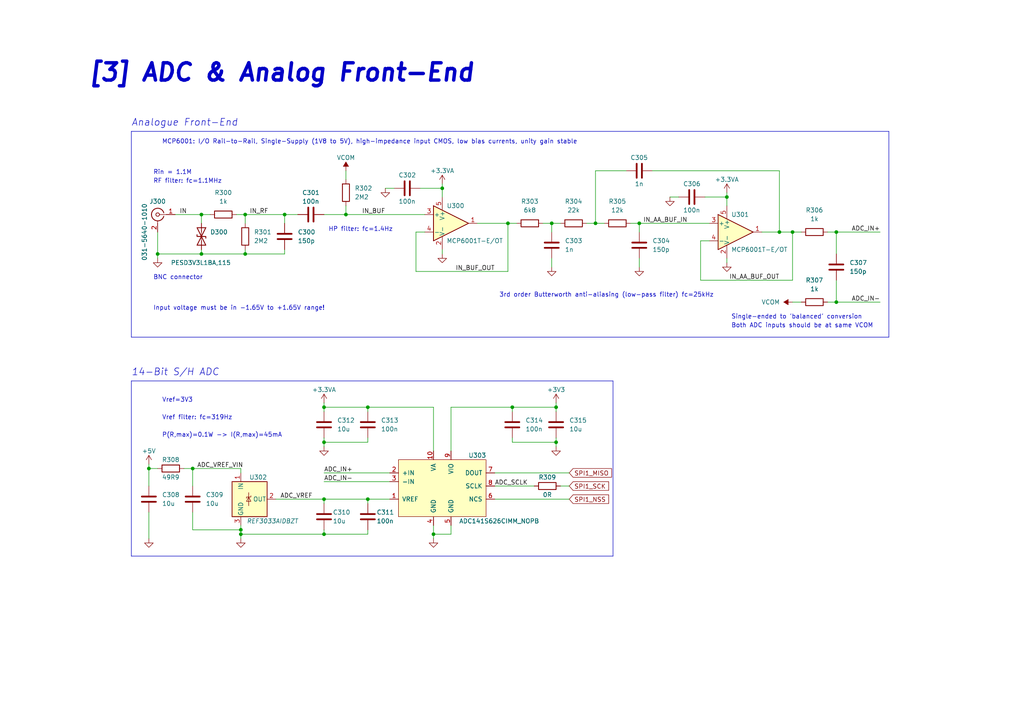
<source format=kicad_sch>
(kicad_sch (version 20250114) (generator "eeschema") (generator_version "9.0")
  (paper "A4")
  (title_block (title "Mixed-Signal Demo PCB") (rev "0.1"))
  (lib_symbols
    (symbol "Amplifier_Operational:MCP6001-OT" (pin_names (offset 0.127))
      (property "Reference" "U" (at -1.27 6.35 0))
      (property "Value" "MCP6001-OT" (at -1.27 3.81 0))
      (symbol "MCP6001-OT_0_1"
        (polyline (pts (xy -5.08 5.08) (xy 5.08 0) (xy -5.08 -5.08) (xy -5.08 5.08)) (stroke (width 0.254)) (fill (type background)))
        (pin power_in line (at -2.54 7.62 270) (length 3.81) (name "V+") (number "5"))
        (pin power_in line (at -2.54 -7.62 90) (length 3.81) (name "V-") (number "2"))
      )
      (symbol "MCP6001-OT_1_1"
        (pin input line (at -7.62 2.54 0) (length 2.54) (name "+") (number "3"))
        (pin input line (at -7.62 -2.54 0) (length 2.54) (name "-") (number "4"))
        (pin output line (at 7.62 0 180) (length 2.54) (name "~") (number "1"))
      )
    )
    (symbol "Connector:Conn_Coaxial" (pin_names (offset 1.016) (hide yes))
      (property "Reference" "J" (at 0.254 3.048 0))
      (property "Value" "Conn_Coaxial" (at 2.921 0 90))
      (symbol "Conn_Coaxial_0_1"
        (polyline (pts (xy -2.54 0) (xy -0.508 0)))
        (arc (start -1.778 0.508) (mid 0.222 1.8083) (end 1.778 0) (stroke (width 0.254)))
        (arc (start 1.778 0) (mid 0.222 -1.808) (end -1.778 -0.508) (stroke (width 0.254)))
        (circle (center 0 0) (radius 0.508) (stroke (width 0.2032)))
        (polyline (pts (xy 0 -2.54) (xy 0 -1.778)))
      )
      (symbol "Conn_Coaxial_1_1"
        (pin passive line (at -5.08 0 0) (length 2.54) (name "In") (number "1"))
        (pin passive line (at 0 -5.08 90) (length 2.54) (name "Ext") (number "2"))
      )
    )
    (symbol "Device:C" (pin_numbers (hide yes)) (pin_names (offset 0.254))
      (property "Reference" "C" (at 0.635 2.54 0))
      (property "Value" "C" (at 0.635 -2.54 0))
      (symbol "C_0_1"
        (polyline (pts (xy -2.032 0.762) (xy 2.032 0.762)) (stroke (width 0.508)))
        (polyline (pts (xy -2.032 -0.762) (xy 2.032 -0.762)) (stroke (width 0.508)))
      )
      (symbol "C_1_1"
        (pin passive line (at 0 3.81 270) (length 2.794) (name "~") (number "1"))
        (pin passive line (at 0 -3.81 90) (length 2.794) (name "~") (number "2"))
      )
    )
    (symbol "Device:D_TVS" (pin_numbers (hide yes)) (pin_names (offset 1.016) (hide yes))
      (property "Reference" "D" (at 0 2.54 0))
      (property "Value" "D_TVS" (at 0 -2.54 0))
      (symbol "D_TVS_0_1"
        (polyline (pts (xy -2.54 1.27) (xy -2.54 -1.27) (xy 2.54 1.27) (xy 2.54 -1.27) (xy -2.54 1.27)) (stroke (width 0.254)))
        (polyline (pts (xy 0.508 1.27) (xy 0 1.27) (xy 0 -1.27) (xy -0.508 -1.27)) (stroke (width 0.254)))
        (polyline (pts (xy 1.27 0) (xy -1.27 0)))
      )
      (symbol "D_TVS_1_1"
        (pin passive line (at -3.81 0 0) (length 2.54) (name "A1") (number "1"))
        (pin passive line (at 3.81 0 180) (length 2.54) (name "A2") (number "2"))
      )
    )
    (symbol "Device:R" (pin_numbers (hide yes)) (pin_names (offset 0))
      (property "Reference" "R" (at 2.032 0 90))
      (property "Value" "R" (at 0 0 90))
      (symbol "R_0_1"
        (rectangle (start -1.016 -2.54) (end 1.016 2.54) (stroke (width 0.254)))
      )
      (symbol "R_1_1"
        (pin passive line (at 0 3.81 270) (length 1.27) (name "~") (number "1"))
        (pin passive line (at 0 -3.81 90) (length 1.27) (name "~") (number "2"))
      )
    )
    (symbol "PhilsLab-KiCad-Symbols:ADC141S626CIMM_NOPB" (pin_names (offset 1.016))
      (property "Reference" "U" (at 11.43 10.16 0))
      (property "Value" "PhilsLab-KiCad-Symbols_ADC141S626CIMM_NOPB" (at 16.51 -8.89 0))
      (symbol "ADC141S626CIMM_NOPB_0_0"
        (pin input line (at -15.24 5.08 0) (length 2.54) (name "+IN") (number "2"))
        (pin input line (at -15.24 2.54 0) (length 2.54) (name "-IN") (number "3"))
        (pin input line (at -15.24 -2.54 0) (length 2.54) (name "VREF") (number "1"))
        (pin power_in line (at -2.54 11.43 270) (length 2.54) (name "VA") (number "10"))
        (pin power_in line (at -2.54 -10.16 90) (length 2.54) (name "GND") (number "4"))
        (pin power_in line (at 2.54 11.43 270) (length 2.54) (name "VIO") (number "9"))
        (pin power_in line (at 2.54 -10.16 90) (length 2.54) (name "GND") (number "5"))
        (pin output line (at 15.24 5.08 180) (length 2.54) (name "DOUT") (number "7"))
        (pin input line (at 15.24 1.27 180) (length 2.54) (name "SCLK") (number "8"))
        (pin input line (at 15.24 -2.54 180) (length 2.54) (name "NCS") (number "6"))
      )
      (symbol "ADC141S626CIMM_NOPB_0_1"
        (rectangle (start -12.7 8.89) (end 12.7 -7.62) (fill (type background)))
      )
    )
    (symbol "Reference_Voltage:REF3033" (pin_names (offset 0.254))
      (property "Reference" "U" (at 0 6.35 0))
      (property "Value" "REF3033" (at 2.54 -6.35 0))
      (symbol "REF3033_0_1"
        (rectangle (start -5.08 5.08) (end 5.08 -5.08) (stroke (width 0.254)) (fill (type background)))
        (polyline (pts (xy -0.889 -0.635) (xy 0.381 -0.635) (xy -0.254 0.635) (xy -0.889 -0.635)))
        (polyline (pts (xy -0.254 1.905) (xy -0.254 -1.905)))
        (polyline (pts (xy 0.381 1.016) (xy 0.381 0.635) (xy -0.889 0.635) (xy -0.889 0.254)))
      )
      (symbol "REF3033_1_1"
        (pin power_in line (at -2.54 7.62 270) (length 2.54) (name "IN") (number "1"))
        (pin power_in line (at -2.54 -7.62 90) (length 2.54) (name "GND") (number "3"))
        (pin power_out line (at 7.62 0 180) (length 2.54) (name "OUT") (number "2"))
      )
    )
    (symbol "power:+3.3VA" (power) (pin_names (offset 0))
      (property "Value" "+3.3VA" (at 0 3.556 0))
      (symbol "+3.3VA_0_1"
        (polyline (pts (xy -0.762 1.27) (xy 0 2.54)))
        (polyline (pts (xy 0 2.54) (xy 0.762 1.27)))
        (polyline (pts (xy 0 0) (xy 0 2.54)))
      )
      (symbol "+3.3VA_1_1"
        (pin power_in line (at 0 0 90) (length 0) (hide yes) (name "+3.3VA") (number "1"))
      )
    )
    (symbol "power:+3V3" (power) (pin_names (offset 0))
      (property "Value" "+3V3" (at 0 3.556 0))
      (symbol "+3V3_0_1"
        (polyline (pts (xy -0.762 1.27) (xy 0 2.54)))
        (polyline (pts (xy 0 2.54) (xy 0.762 1.27)))
        (polyline (pts (xy 0 0) (xy 0 2.54)))
      )
      (symbol "+3V3_1_1"
        (pin power_in line (at 0 0 90) (length 0) (hide yes) (name "+3V3") (number "1"))
      )
    )
    (symbol "power:+5V" (power) (pin_names (offset 0))
      (property "Value" "+5V" (at 0 3.556 0))
      (symbol "+5V_0_1"
        (polyline (pts (xy -0.762 1.27) (xy 0 2.54)))
        (polyline (pts (xy 0 2.54) (xy 0.762 1.27)))
        (polyline (pts (xy 0 0) (xy 0 2.54)))
      )
      (symbol "+5V_1_1"
        (pin power_in line (at 0 0 90) (length 0) (hide yes) (name "+5V") (number "1"))
      )
    )
    (symbol "power:GND" (power) (pin_names (offset 0))
      (property "Value" "GND" (at 0 -3.81 0))
      (symbol "GND_0_1"
        (polyline (pts (xy 0 0) (xy 0 -1.27) (xy 1.27 -1.27) (xy 0 -2.54) (xy -1.27 -1.27) (xy 0 -1.27)))
      )
      (symbol "GND_1_1"
        (pin power_in line (at 0 0 270) (length 0) (hide yes) (name "GND") (number "1"))
      )
    )
    (symbol "power:VCOM" (power) (pin_names (offset 0))
      (property "Value" "VCOM" (at 0 3.81 0))
      (symbol "VCOM_0_1"
        (polyline (pts (xy 0 0) (xy 0 2.54)))
        (polyline (pts (xy 0.762 1.27) (xy -0.762 1.27) (xy 0 2.54) (xy 0.762 1.27)) (fill (type outline)))
      )
      (symbol "VCOM_1_1"
        (pin power_in line (at 0 0 90) (length 0) (hide yes) (name "VCOM") (number "1"))
      )
    )
  )
  (text "HP filter: fc=1.4Hz" (at 95.25 67.31 0) (effects (font (size 1.27 1.27)) (justify left bottom)))
  (text "Both ADC inputs should be at same VCOM" (at 212.09 95.25 0) (effects (font (size 1.27 1.27)) (justify left bottom)))
  (text "BNC connector" (at 44.45 81.28 0) (effects (font (size 1.27 1.27)) (justify left bottom)))
  (text "Rin = 1.1M" (at 44.45 50.8 0) (effects (font (size 1.27 1.27)) (justify left bottom)))
  (text "14-Bit S/H ADC" (at 38.1 109.22 0) (effects (font (size 2.0066 2.0066) (italic yes)) (justify left bottom)))
  (text "Vref filter: fc=319Hz" (at 46.99 121.92 0) (effects (font (size 1.27 1.27)) (justify left bottom)))
  (text "Input voltage must be in -1.65V to +1.65V range!" (at 44.45 90.17 0) (effects (font (size 1.27 1.27)) (justify left bottom)))
  (text "Analogue Front-End" (at 38.1 36.83 0) (effects (font (size 2.0066 2.0066) (italic yes)) (justify left bottom)))
  (text "Single-ended to 'balanced' conversion" (at 212.09 92.71 0) (effects (font (size 1.27 1.27)) (justify left bottom)))
  (text "RF filter: fc=1.1MHz" (at 44.45 53.34 0) (effects (font (size 1.27 1.27)) (justify left bottom)))
  (text "3rd order Butterworth anti-aliasing (low-pass filter) fc=25kHz" (at 144.78 86.36 0) (effects (font (size 1.27 1.27)) (justify left bottom)))
  (text "MCP6001: I/O Rail-to-Rail, Single-Supply (1V8 to 5V), high-impedance input CMOS, low bias currents, unity gain stable" (at 46.99 41.91 0) (effects (font (size 1.27 1.27)) (justify left bottom)))
  (text "P(R,max)=0.1W -> I(R,max)=45mA" (at 46.99 127 0) (effects (font (size 1.27 1.27)) (justify left bottom)))
  (text "Vref=3V3" (at 46.99 116.84 0) (effects (font (size 1.27 1.27)) (justify left bottom)))
  (text "[3] ADC & Analog Front-End" (at 25.4 24.13 0) (effects (font (size 5.0038 5.0038) (thickness 1.0008) (bold yes) (italic yes)) (justify left bottom)))
  (junction (at 210.82 57.15))
  (junction (at 242.57 87.63))
  (junction (at 43.18 135.89))
  (junction (at 161.29 118.11))
  (junction (at 45.72 73.66))
  (junction (at 100.33 62.23))
  (junction (at 185.42 64.77))
  (junction (at 93.98 128.27))
  (junction (at 125.73 154.94))
  (junction (at 58.42 73.66))
  (junction (at 71.12 62.23))
  (junction (at 55.88 135.89))
  (junction (at 148.59 118.11))
  (junction (at 82.55 62.23))
  (junction (at 106.68 118.11))
  (junction (at 58.42 62.23))
  (junction (at 69.85 153.67))
  (junction (at 69.85 154.94))
  (junction (at 128.27 54.61))
  (junction (at 229.87 67.31))
  (junction (at 93.98 154.94))
  (junction (at 71.12 73.66))
  (junction (at 226.06 67.31))
  (junction (at 172.72 64.77))
  (junction (at 147.32 64.77))
  (junction (at 106.68 144.78))
  (junction (at 161.29 128.27))
  (junction (at 242.57 67.31))
  (junction (at 160.02 64.77))
  (junction (at 93.98 118.11))
  (junction (at 93.98 144.78))
  (wire (pts (xy 55.88 148.59) (xy 55.88 153.67)))
  (wire (pts (xy 120.65 78.74) (xy 147.32 78.74)))
  (wire (pts (xy 242.57 81.28) (xy 242.57 87.63)))
  (wire (pts (xy 71.12 62.23) (xy 82.55 62.23)))
  (wire (pts (xy 100.33 49.53) (xy 100.33 52.07)))
  (wire (pts (xy 128.27 73.66) (xy 128.27 72.39)))
  (wire (pts (xy 106.68 146.05) (xy 106.68 144.78)))
  (wire (pts (xy 43.18 140.97) (xy 43.18 135.89)))
  (wire (pts (xy 185.42 64.77) (xy 182.88 64.77)))
  (wire (pts (xy 172.72 49.53) (xy 181.61 49.53)))
  (wire (pts (xy 147.32 78.74) (xy 147.32 64.77)))
  (wire (pts (xy 71.12 62.23) (xy 68.58 62.23)))
  (wire (pts (xy 205.74 69.85) (xy 203.2 69.85)))
  (polyline (pts (xy 38.1 38.1) (xy 257.81 38.1)))
  (wire (pts (xy 162.56 64.77) (xy 160.02 64.77)))
  (wire (pts (xy 229.87 67.31) (xy 226.06 67.31)))
  (wire (pts (xy 58.42 73.66) (xy 71.12 73.66)))
  (wire (pts (xy 130.81 152.4) (xy 130.81 154.94)))
  (wire (pts (xy 203.2 69.85) (xy 203.2 81.28)))
  (wire (pts (xy 58.42 72.39) (xy 58.42 73.66)))
  (wire (pts (xy 123.19 67.31) (xy 120.65 67.31)))
  (wire (pts (xy 69.85 135.89) (xy 69.85 137.16)))
  (wire (pts (xy 93.98 154.94) (xy 69.85 154.94)))
  (wire (pts (xy 86.36 62.23) (xy 82.55 62.23)))
  (wire (pts (xy 58.42 62.23) (xy 60.96 62.23)))
  (wire (pts (xy 80.01 144.78) (xy 93.98 144.78)))
  (wire (pts (xy 71.12 64.77) (xy 71.12 62.23)))
  (wire (pts (xy 93.98 154.94) (xy 106.68 154.94)))
  (wire (pts (xy 143.51 144.78) (xy 165.1 144.78)))
  (wire (pts (xy 55.88 135.89) (xy 69.85 135.89)))
  (wire (pts (xy 71.12 73.66) (xy 71.12 72.39)))
  (wire (pts (xy 161.29 116.84) (xy 161.29 118.11)))
  (wire (pts (xy 43.18 134.62) (xy 43.18 135.89)))
  (wire (pts (xy 255.27 67.31) (xy 242.57 67.31)))
  (wire (pts (xy 148.59 119.38) (xy 148.59 118.11)))
  (wire (pts (xy 160.02 74.93) (xy 160.02 77.47)))
  (wire (pts (xy 55.88 153.67) (xy 69.85 153.67)))
  (wire (pts (xy 69.85 153.67) (xy 69.85 154.94)))
  (wire (pts (xy 71.12 73.66) (xy 82.55 73.66)))
  (wire (pts (xy 55.88 140.97) (xy 55.88 135.89)))
  (wire (pts (xy 45.72 73.66) (xy 45.72 67.31)))
  (wire (pts (xy 210.82 57.15) (xy 210.82 55.88)))
  (wire (pts (xy 93.98 139.7) (xy 113.03 139.7)))
  (wire (pts (xy 43.18 135.89) (xy 45.72 135.89)))
  (wire (pts (xy 93.98 62.23) (xy 100.33 62.23)))
  (wire (pts (xy 172.72 64.77) (xy 172.72 49.53)))
  (wire (pts (xy 148.59 128.27) (xy 148.59 127)))
  (wire (pts (xy 45.72 74.93) (xy 45.72 73.66)))
  (wire (pts (xy 100.33 62.23) (xy 100.33 59.69)))
  (polyline (pts (xy 177.8 161.29) (xy 38.1 161.29)))
  (wire (pts (xy 160.02 67.31) (xy 160.02 64.77)))
  (wire (pts (xy 121.92 54.61) (xy 128.27 54.61)))
  (wire (pts (xy 125.73 156.21) (xy 125.73 154.94)))
  (wire (pts (xy 161.29 129.54) (xy 161.29 128.27)))
  (polyline (pts (xy 257.81 97.79) (xy 38.1 97.79)))
  (wire (pts (xy 143.51 137.16) (xy 165.1 137.16)))
  (wire (pts (xy 175.26 64.77) (xy 172.72 64.77)))
  (wire (pts (xy 154.94 140.97) (xy 143.51 140.97)))
  (wire (pts (xy 149.86 64.77) (xy 147.32 64.77)))
  (wire (pts (xy 58.42 64.77) (xy 58.42 62.23)))
  (wire (pts (xy 106.68 119.38) (xy 106.68 118.11)))
  (wire (pts (xy 106.68 154.94) (xy 106.68 153.67)))
  (wire (pts (xy 185.42 74.93) (xy 185.42 77.47)))
  (wire (pts (xy 226.06 67.31) (xy 220.98 67.31)))
  (wire (pts (xy 226.06 49.53) (xy 226.06 67.31)))
  (wire (pts (xy 113.03 137.16) (xy 93.98 137.16)))
  (wire (pts (xy 161.29 128.27) (xy 148.59 128.27)))
  (wire (pts (xy 93.98 128.27) (xy 106.68 128.27)))
  (wire (pts (xy 43.18 156.21) (xy 43.18 148.59)))
  (wire (pts (xy 161.29 128.27) (xy 161.29 127)))
  (wire (pts (xy 93.98 146.05) (xy 93.98 144.78)))
  (wire (pts (xy 93.98 118.11) (xy 106.68 118.11)))
  (wire (pts (xy 58.42 73.66) (xy 45.72 73.66)))
  (wire (pts (xy 232.41 67.31) (xy 229.87 67.31)))
  (wire (pts (xy 128.27 54.61) (xy 128.27 57.15)))
  (wire (pts (xy 204.47 57.15) (xy 210.82 57.15)))
  (polyline (pts (xy 38.1 110.49) (xy 177.8 110.49)))
  (wire (pts (xy 93.98 144.78) (xy 106.68 144.78)))
  (wire (pts (xy 229.87 81.28) (xy 229.87 67.31)))
  (wire (pts (xy 50.8 62.23) (xy 58.42 62.23)))
  (wire (pts (xy 172.72 64.77) (xy 170.18 64.77)))
  (polyline (pts (xy 257.81 38.1) (xy 257.81 97.79)))
  (wire (pts (xy 242.57 67.31) (xy 240.03 67.31)))
  (polyline (pts (xy 177.8 110.49) (xy 177.8 161.29)))
  (wire (pts (xy 100.33 62.23) (xy 123.19 62.23)))
  (wire (pts (xy 125.73 154.94) (xy 130.81 154.94)))
  (wire (pts (xy 205.74 64.77) (xy 185.42 64.77)))
  (wire (pts (xy 93.98 119.38) (xy 93.98 118.11)))
  (wire (pts (xy 130.81 118.11) (xy 130.81 130.81)))
  (wire (pts (xy 210.82 76.2) (xy 210.82 74.93)))
  (wire (pts (xy 161.29 119.38) (xy 161.29 118.11)))
  (wire (pts (xy 210.82 57.15) (xy 210.82 59.69)))
  (wire (pts (xy 120.65 67.31) (xy 120.65 78.74)))
  (polyline (pts (xy 38.1 110.49) (xy 38.1 161.29)))
  (wire (pts (xy 53.34 135.89) (xy 55.88 135.89)))
  (wire (pts (xy 255.27 87.63) (xy 242.57 87.63)))
  (wire (pts (xy 161.29 118.11) (xy 148.59 118.11)))
  (wire (pts (xy 93.98 118.11) (xy 93.98 116.84)))
  (wire (pts (xy 189.23 49.53) (xy 226.06 49.53)))
  (wire (pts (xy 165.1 140.97) (xy 162.56 140.97)))
  (wire (pts (xy 106.68 118.11) (xy 125.73 118.11)))
  (wire (pts (xy 194.31 57.15) (xy 196.85 57.15)))
  (wire (pts (xy 106.68 128.27) (xy 106.68 127)))
  (wire (pts (xy 93.98 154.94) (xy 93.98 153.67)))
  (wire (pts (xy 185.42 67.31) (xy 185.42 64.77)))
  (wire (pts (xy 93.98 129.54) (xy 93.98 128.27)))
  (wire (pts (xy 203.2 81.28) (xy 229.87 81.28)))
  (wire (pts (xy 147.32 64.77) (xy 138.43 64.77)))
  (polyline (pts (xy 38.1 97.79) (xy 38.1 38.1)))
  (wire (pts (xy 229.87 87.63) (xy 232.41 87.63)))
  (wire (pts (xy 128.27 54.61) (xy 128.27 53.34)))
  (wire (pts (xy 69.85 152.4) (xy 69.85 153.67)))
  (wire (pts (xy 82.55 73.66) (xy 82.55 72.39)))
  (wire (pts (xy 148.59 118.11) (xy 130.81 118.11)))
  (wire (pts (xy 69.85 154.94) (xy 69.85 156.21)))
  (wire (pts (xy 242.57 87.63) (xy 240.03 87.63)))
  (wire (pts (xy 125.73 118.11) (xy 125.73 130.81)))
  (wire (pts (xy 82.55 64.77) (xy 82.55 62.23)))
  (wire (pts (xy 242.57 73.66) (xy 242.57 67.31)))
  (wire (pts (xy 160.02 64.77) (xy 157.48 64.77)))
  (wire (pts (xy 111.76 54.61) (xy 114.3 54.61)))
  (wire (pts (xy 93.98 128.27) (xy 93.98 127)))
  (wire (pts (xy 125.73 152.4) (xy 125.73 154.94)))
  (wire (pts (xy 106.68 144.78) (xy 113.03 144.78)))
  (label "IN_RF" (at 72.39 62.23 0))
  (label "IN_BUF_OUT" (at 143.51 78.74 180))
  (label "ADC_IN-" (at 93.98 139.7 0))
  (label "ADC_IN+" (at 255.27 67.31 180))
  (label "IN_AA_BUF_IN" (at 199.39 64.77 180))
  (label "ADC_SCLK" (at 143.51 140.97 0))
  (label "ADC_VREF" (at 81.28 144.78 0))
  (label "ADC_IN-" (at 255.27 87.63 180))
  (label "IN_BUF" (at 111.76 62.23 180))
  (label "IN_AA_BUF_OUT" (at 226.06 81.28 180))
  (label "ADC_VREF_VIN" (at 57.15 135.89 0))
  (label "ADC_IN+" (at 93.98 137.16 0))
  (label "IN" (at 52.07 62.23 0))
  (global_label "SPI1_MISO" (shape input) (at 165.1 137.16 0) (property "Intersheetrefs" "${INTERSHEET_REFS}" (effects (hide yes))))
  (global_label "SPI1_SCK" (shape input) (at 165.1 140.97 0) (property "Intersheetrefs" "${INTERSHEET_REFS}" (effects (hide yes))))
  (global_label "SPI1_NSS" (shape input) (at 165.1 144.78 0) (property "Intersheetrefs" "${INTERSHEET_REFS}" (effects (hide yes))))
  (symbol (lib_id "PhilsLab-KiCad-Symbols:ADC141S626CIMM_NOPB") (at 128.27 142.24 0) (unit 1)
    (property "Reference" "U303" (at 138.43 132.08 0))
    (property "Value" "ADC141S626CIMM_NOPB" (at 144.78 151.13 0))
    (property "Footprint" "Package_SO:VSSOP-10_3x3mm_P0.5mm" (effects (hide yes)))
    (property "Manufacturer" "Texas Instruments" (effects (hide yes)))
    (property "Manufacturer Part Number" "ADC141S626CIMM/NOPB" (effects (hide yes)))
  )
  (symbol (lib_id "power:+3V3") (at 161.29 116.84 0) (unit 1)
    (property "Reference" "#PWR053" (effects (hide yes)))
    (property "Value" "+3V3" (at 161.29 113.03 0))
  )
  (symbol (lib_id "Device:C") (at 148.59 123.19 0) (unit 1)
    (property "Reference" "C314" (at 152.4 121.92 0) (effects (justify left)))
    (property "Value" "100n" (at 152.4 124.46 0) (effects (justify left)))
    (property "Footprint" "Capacitor_SMD:C_0402_1005Metric" (effects (hide yes)))
    (property "Manufacturer" "Samsung Electro-Mechanics" (effects (hide yes)))
    (property "Manufacturer Part Number" "CL05B104KO5NNNC" (effects (hide yes)))
  )
  (symbol (lib_id "Device:R") (at 158.75 140.97 270) (unit 1)
    (property "Reference" "R309" (at 158.75 138.43 90))
    (property "Value" "0R" (at 158.75 143.51 90))
    (property "Footprint" "Resistor_SMD:R_0402_1005Metric" (effects (hide yes)))
    (property "Manufacturer" "UNI-ROYAL(Uniroyal Elec)" (effects (hide yes)))
    (property "Manufacturer Part Number" "0402WGF0000TCE" (effects (hide yes)))
  )
  (symbol (lib_id "power:GND") (at 125.73 156.21 0) (unit 1)
    (property "Reference" "#PWR059" (effects (hide yes)))
    (property "Value" "GND" (effects (hide yes)))
  )
  (symbol (lib_id "Device:C") (at 161.29 123.19 0) (unit 1)
    (property "Reference" "C315" (at 165.1 121.92 0) (effects (justify left)))
    (property "Value" "10u" (at 165.1 124.46 0) (effects (justify left)))
    (property "Footprint" "Capacitor_SMD:C_0603_1608Metric" (effects (hide yes)))
    (property "Manufacturer" "Samsung Electro-Mechanics" (effects (hide yes)))
    (property "Manufacturer Part Number" "CL10A106MA8NRNC" (effects (hide yes)))
  )
  (symbol (lib_id "power:GND") (at 161.29 129.54 0) (unit 1)
    (property "Reference" "#PWR055" (effects (hide yes)))
    (property "Value" "GND" (effects (hide yes)))
  )
  (symbol (lib_id "Device:C") (at 106.68 123.19 0) (unit 1)
    (property "Reference" "C313" (at 110.49 121.92 0) (effects (justify left)))
    (property "Value" "100n" (at 110.49 124.46 0) (effects (justify left)))
    (property "Footprint" "Capacitor_SMD:C_0402_1005Metric" (effects (hide yes)))
    (property "Manufacturer" "Samsung Electro-Mechanics" (effects (hide yes)))
    (property "Manufacturer Part Number" "CL05B104KO5NNNC" (effects (hide yes)))
  )
  (symbol (lib_id "Device:C") (at 93.98 123.19 0) (unit 1)
    (property "Reference" "C312" (at 97.79 121.92 0) (effects (justify left)))
    (property "Value" "10u" (at 97.79 124.46 0) (effects (justify left)))
    (property "Footprint" "Capacitor_SMD:C_0603_1608Metric" (effects (hide yes)))
    (property "Manufacturer" "Samsung Electro-Mechanics" (effects (hide yes)))
    (property "Manufacturer Part Number" "CL10A106MA8NRNC" (effects (hide yes)))
  )
  (symbol (lib_id "power:GND") (at 93.98 129.54 0) (unit 1)
    (property "Reference" "#PWR054" (effects (hide yes)))
    (property "Value" "GND" (effects (hide yes)))
  )
  (symbol (lib_id "Device:C") (at 106.68 149.86 0) (unit 1)
    (property "Reference" "C311" (at 109.22 148.59 0) (effects (justify left)))
    (property "Value" "100n" (at 109.22 151.13 0) (effects (justify left)))
    (property "Footprint" "Capacitor_SMD:C_0402_1005Metric" (effects (hide yes)))
    (property "Manufacturer" "Samsung Electro-Mechanics" (effects (hide yes)))
    (property "Manufacturer Part Number" "CL05B104KO5NNNC" (effects (hide yes)))
  )
  (symbol (lib_id "Device:C") (at 93.98 149.86 0) (unit 1)
    (property "Reference" "C310" (at 96.52 148.59 0) (effects (justify left)))
    (property "Value" "10u" (at 96.52 151.13 0) (effects (justify left)))
    (property "Footprint" "Capacitor_SMD:C_0603_1608Metric" (effects (hide yes)))
    (property "Manufacturer" "Samsung Electro-Mechanics" (effects (hide yes)))
    (property "Manufacturer Part Number" "CL10A106MA8NRNC" (effects (hide yes)))
  )
  (symbol (lib_id "power:GND") (at 69.85 156.21 0) (unit 1)
    (property "Reference" "#PWR058" (effects (hide yes)))
    (property "Value" "GND" (effects (hide yes)))
  )
  (symbol (lib_id "Amplifier_Operational:MCP6001-OT") (at 130.81 64.77 0) (unit 1)
    (property "Reference" "U300" (at 129.54 59.69 0) (effects (justify left)))
    (property "Value" "MCP6001T-E/OT" (at 129.54 69.85 0) (effects (justify left)))
    (property "Footprint" "Package_TO_SOT_SMD:SOT-23-5" (effects (hide yes)))
    (property "Datasheet" "http://ww1.microchip.com/downloads/en/DeviceDoc/21733j.pdf" (effects (hide yes)))
    (property "Manufacturer" "Microchip Tech" (effects (hide yes)))
    (property "Manufacturer Part Number" "MCP6001T-E/OT" (effects (hide yes)))
  )
  (symbol (lib_id "Device:C") (at 118.11 54.61 270) (unit 1)
    (property "Reference" "C302" (at 115.57 50.8 90) (effects (justify left)))
    (property "Value" "100n" (at 115.57 58.42 90) (effects (justify left)))
    (property "Footprint" "Capacitor_SMD:C_0402_1005Metric" (effects (hide yes)))
    (property "Manufacturer" "Samsung Electro-Mechanics" (effects (hide yes)))
    (property "Manufacturer Part Number" "CL05B104KO5NNNC" (effects (hide yes)))
  )
  (symbol (lib_id "power:GND") (at 128.27 73.66 0) (unit 1)
    (property "Reference" "#PWR046" (effects (hide yes)))
    (property "Value" "GND" (effects (hide yes)))
  )
  (symbol (lib_id "power:GND") (at 111.76 54.61 0) (unit 1)
    (property "Reference" "#PWR043" (effects (hide yes)))
    (property "Value" "GND" (effects (hide yes)))
  )
  (symbol (lib_id "Device:R") (at 64.77 62.23 270) (unit 1)
    (property "Reference" "R300" (at 64.77 55.88 90))
    (property "Value" "1k" (at 64.77 58.42 90))
    (property "Footprint" "Resistor_SMD:R_0402_1005Metric" (effects (hide yes)))
    (property "Manufacturer" "UNI-ROYAL(Uniroyal Elec)" (effects (hide yes)))
    (property "Manufacturer Part Number" "0402WGF1001TCE" (effects (hide yes)))
  )
  (symbol (lib_id "Device:R") (at 71.12 68.58 180) (unit 1)
    (property "Reference" "R301" (at 73.66 67.31 0) (effects (justify right)))
    (property "Value" "2M2" (at 73.66 69.85 0) (effects (justify right)))
    (property "Footprint" "Resistor_SMD:R_0402_1005Metric" (effects (hide yes)))
    (property "Manufacturer" "UNI-ROYAL(Uniroyal Elec)" (effects (hide yes)))
    (property "Manufacturer Part Number" "0402WGF2204TCE" (effects (hide yes)))
  )
  (symbol (lib_id "Device:C") (at 82.55 68.58 0) (unit 1)
    (property "Reference" "C300" (at 86.36 67.31 0) (effects (justify left)))
    (property "Value" "150p" (at 86.36 69.85 0) (effects (justify left)))
    (property "Footprint" "Capacitor_SMD:C_0402_1005Metric" (effects (hide yes)))
    (property "Manufacturer" "Samsung Electro-Mechanics" (effects (hide yes)))
    (property "Manufacturer Part Number" "CL05C151JB5NNNC" (effects (hide yes)))
  )
  (symbol (lib_id "power:GND") (at 45.72 74.93 0) (unit 1)
    (property "Reference" "#PWR047" (effects (hide yes)))
    (property "Value" "GND" (effects (hide yes)))
  )
  (symbol (lib_id "Device:C") (at 90.17 62.23 270) (unit 1)
    (property "Reference" "C301" (at 87.63 55.88 90) (effects (justify left)))
    (property "Value" "100n" (at 87.63 58.42 90) (effects (justify left)))
    (property "Footprint" "Capacitor_SMD:C_0402_1005Metric" (effects (hide yes)))
    (property "Manufacturer" "Samsung Electro-Mechanics" (effects (hide yes)))
    (property "Manufacturer Part Number" "CL05B104KO5NNNC" (effects (hide yes)))
  )
  (symbol (lib_id "power:VCOM") (at 100.33 49.53 0) (unit 1)
    (property "Reference" "#PWR041" (effects (hide yes)))
    (property "Value" "VCOM" (at 100.33 45.72 0))
  )
  (symbol (lib_id "Device:R") (at 100.33 55.88 180) (unit 1)
    (property "Reference" "R302" (at 102.87 54.61 0) (effects (justify right)))
    (property "Value" "2M2" (at 102.87 57.15 0) (effects (justify right)))
    (property "Footprint" "Resistor_SMD:R_0402_1005Metric" (effects (hide yes)))
    (property "Manufacturer" "UNI-ROYAL(Uniroyal Elec)" (effects (hide yes)))
    (property "Manufacturer Part Number" "0402WGF2204TCE" (effects (hide yes)))
  )
  (symbol (lib_id "Amplifier_Operational:MCP6001-OT") (at 213.36 67.31 0) (unit 1)
    (property "Reference" "U301" (at 212.09 62.23 0) (effects (justify left)))
    (property "Value" "MCP6001T-E/OT" (at 212.09 72.39 0) (effects (justify left)))
    (property "Footprint" "Package_TO_SOT_SMD:SOT-23-5" (effects (hide yes)))
    (property "Datasheet" "http://ww1.microchip.com/downloads/en/DeviceDoc/21733j.pdf" (effects (hide yes)))
    (property "Manufacturer" "Microchip Tech" (effects (hide yes)))
    (property "Manufacturer Part Number" "MCP6001T-E/OT" (effects (hide yes)))
  )
  (symbol (lib_id "Device:C") (at 200.66 57.15 270) (unit 1)
    (property "Reference" "C306" (at 198.12 53.34 90) (effects (justify left)))
    (property "Value" "100n" (at 198.12 60.96 90) (effects (justify left)))
    (property "Footprint" "Capacitor_SMD:C_0402_1005Metric" (effects (hide yes)))
    (property "Manufacturer" "Samsung Electro-Mechanics" (effects (hide yes)))
    (property "Manufacturer Part Number" "CL05B104KO5NNNC" (effects (hide yes)))
  )
  (symbol (lib_id "power:GND") (at 210.82 76.2 0) (unit 1)
    (property "Reference" "#PWR048" (effects (hide yes)))
    (property "Value" "GND" (effects (hide yes)))
  )
  (symbol (lib_id "power:GND") (at 194.31 57.15 0) (unit 1)
    (property "Reference" "#PWR045" (effects (hide yes)))
    (property "Value" "GND" (effects (hide yes)))
  )
  (symbol (lib_id "Device:R") (at 153.67 64.77 270) (unit 1)
    (property "Reference" "R303" (at 153.67 58.42 90))
    (property "Value" "6k8" (at 153.67 60.96 90))
    (property "Footprint" "Resistor_SMD:R_0402_1005Metric" (effects (hide yes)))
    (property "Manufacturer" "UNI-ROYAL(Uniroyal Elec)" (effects (hide yes)))
    (property "Manufacturer Part Number" "0402WGF6801TCE" (effects (hide yes)))
  )
  (symbol (lib_id "Device:C") (at 160.02 71.12 0) (unit 1)
    (property "Reference" "C303" (at 163.83 69.85 0) (effects (justify left)))
    (property "Value" "1n" (at 163.83 72.39 0) (effects (justify left)))
    (property "Footprint" "Capacitor_SMD:C_0402_1005Metric" (effects (hide yes)))
    (property "Manufacturer" "FH (Guangdong Fenghua Advanced Tech)" (effects (hide yes)))
    (property "Manufacturer Part Number" "0402B102K500NT" (effects (hide yes)))
  )
  (symbol (lib_id "Device:R") (at 166.37 64.77 270) (unit 1)
    (property "Reference" "R304" (at 166.37 58.42 90))
    (property "Value" "22k" (at 166.37 60.96 90))
    (property "Footprint" "Resistor_SMD:R_0402_1005Metric" (effects (hide yes)))
    (property "Manufacturer" "UNI-ROYAL(Uniroyal Elec)" (effects (hide yes)))
    (property "Manufacturer Part Number" "0402WGF2202TCE" (effects (hide yes)))
  )
  (symbol (lib_id "power:GND") (at 160.02 77.47 0) (unit 1)
    (property "Reference" "#PWR049" (effects (hide yes)))
    (property "Value" "GND" (effects (hide yes)))
  )
  (symbol (lib_id "Device:R") (at 179.07 64.77 270) (unit 1)
    (property "Reference" "R305" (at 179.07 58.42 90))
    (property "Value" "12k" (at 179.07 60.96 90))
    (property "Footprint" "Resistor_SMD:R_0402_1005Metric" (effects (hide yes)))
    (property "Manufacturer" "UNI-ROYAL(Uniroyal Elec)" (effects (hide yes)))
    (property "Manufacturer Part Number" "0402WGF1202TCE" (effects (hide yes)))
  )
  (symbol (lib_id "Device:C") (at 185.42 71.12 0) (unit 1)
    (property "Reference" "C304" (at 189.23 69.85 0) (effects (justify left)))
    (property "Value" "150p" (at 189.23 72.39 0) (effects (justify left)))
    (property "Footprint" "Capacitor_SMD:C_0402_1005Metric" (effects (hide yes)))
    (property "Manufacturer" "Samsung Electro-Mechanics" (effects (hide yes)))
    (property "Manufacturer Part Number" "CL05C151JB5NNNC" (effects (hide yes)))
  )
  (symbol (lib_id "Device:R") (at 236.22 67.31 270) (unit 1)
    (property "Reference" "R306" (at 236.22 60.96 90))
    (property "Value" "1k" (at 236.22 63.5 90))
    (property "Footprint" "Resistor_SMD:R_0402_1005Metric" (effects (hide yes)))
    (property "Manufacturer" "UNI-ROYAL(Uniroyal Elec)" (effects (hide yes)))
    (property "Manufacturer Part Number" "0402WGF1001TCE" (effects (hide yes)))
  )
  (symbol (lib_id "Device:R") (at 236.22 87.63 270) (unit 1)
    (property "Reference" "R307" (at 236.22 81.28 90))
    (property "Value" "1k" (at 236.22 83.82 90))
    (property "Footprint" "Resistor_SMD:R_0402_1005Metric" (effects (hide yes)))
    (property "Manufacturer" "UNI-ROYAL(Uniroyal Elec)" (effects (hide yes)))
    (property "Manufacturer Part Number" "0402WGF1001TCE" (effects (hide yes)))
  )
  (symbol (lib_id "Device:C") (at 242.57 77.47 0) (unit 1)
    (property "Reference" "C307" (at 246.38 76.2 0) (effects (justify left)))
    (property "Value" "150p" (at 246.38 78.74 0) (effects (justify left)))
    (property "Footprint" "Capacitor_SMD:C_0402_1005Metric" (effects (hide yes)))
    (property "Manufacturer" "Samsung Electro-Mechanics" (effects (hide yes)))
    (property "Manufacturer Part Number" "CL05C151JB5NNNC" (effects (hide yes)))
  )
  (symbol (lib_id "power:GND") (at 185.42 77.47 0) (unit 1)
    (property "Reference" "#PWR050" (effects (hide yes)))
    (property "Value" "GND" (effects (hide yes)))
  )
  (symbol (lib_id "power:VCOM") (at 229.87 87.63 90) (unit 1)
    (property "Reference" "#PWR051" (effects (hide yes)))
    (property "Value" "VCOM" (at 223.52 87.63 90))
  )
  (symbol (lib_id "Device:D_TVS") (at 58.42 68.58 270) (unit 1)
    (property "Reference" "D300" (at 60.96 67.31 90) (effects (justify left)))
    (property "Value" "PESD3V3L1BA,115" (at 49.53 76.2 90) (effects (justify left)))
    (property "Footprint" "Diode_SMD:D_SOD-323" (effects (hide yes)))
    (property "Manufacturer" "Nexperia" (effects (hide yes)))
    (property "Manufacturer Part Number" "PESD3V3L1BA,115" (effects (hide yes)))
  )
  (symbol (lib_id "Connector:Conn_Coaxial") (at 45.72 62.23 0) (mirror y) (unit 1)
    (property "Reference" "J300" (at 45.72 58.42 0))
    (property "Value" "031-5640-1010" (at 41.91 67.31 90))
    (property "Footprint" "Custom_RF:AMPHENOL-BNC-031-5640-1010" (effects (hide yes)))
    (property "Datasheet" " ~" (effects (hide yes)))
    (property "Manufacturer" "Amphenol ICC" (effects (hide yes)))
    (property "Manufacturer Part Number" "031-5640" (effects (hide yes)))
  )
  (symbol (lib_id "Reference_Voltage:REF3033") (at 72.39 144.78 0) (unit 1)
    (property "Reference" "U302" (at 77.47 138.43 0) (effects (justify right)))
    (property "Value" "REF3033AIDBZT" (at 86.36 151.13 0) (effects (font (italic yes)) (justify right)))
    (property "Footprint" "Package_TO_SOT_SMD:SOT-23" (effects (hide yes)))
    (property "Datasheet" "http://www.ti.com/lit/ds/symlink/ref3033.pdf" (effects (hide yes)))
    (property "Manufacturer" "Texas Instruments" (effects (hide yes)))
    (property "Manufacturer Part Number" "REF3033AIDBZT" (effects (hide yes)))
  )
  (symbol (lib_id "Device:C") (at 55.88 144.78 0) (unit 1)
    (property "Reference" "C309" (at 59.69 143.51 0) (effects (justify left)))
    (property "Value" "10u" (at 59.69 146.05 0) (effects (justify left)))
    (property "Footprint" "Capacitor_SMD:C_0603_1608Metric" (effects (hide yes)))
    (property "Manufacturer" "Samsung Electro-Mechanics" (effects (hide yes)))
    (property "Manufacturer Part Number" "CL10A106MA8NRNC" (effects (hide yes)))
  )
  (symbol (lib_id "Device:R") (at 49.53 135.89 270) (unit 1)
    (property "Reference" "R308" (at 49.53 133.35 90))
    (property "Value" "49R9" (at 49.53 138.43 90))
    (property "Footprint" "Resistor_SMD:R_0402_1005Metric" (effects (hide yes)))
    (property "Manufacturer" "UNI-ROYAL(Uniroyal Elec)" (effects (hide yes)))
    (property "Manufacturer Part Number" "0402WGF499JTCE" (effects (hide yes)))
  )
  (symbol (lib_id "Device:C") (at 43.18 144.78 0) (unit 1)
    (property "Reference" "C308" (at 46.99 143.51 0) (effects (justify left)))
    (property "Value" "10u" (at 46.99 146.05 0) (effects (justify left)))
    (property "Footprint" "Capacitor_SMD:C_0603_1608Metric" (effects (hide yes)))
    (property "Manufacturer" "Samsung Electro-Mechanics" (effects (hide yes)))
    (property "Manufacturer Part Number" "CL10A106MA8NRNC" (effects (hide yes)))
  )
  (symbol (lib_id "power:GND") (at 43.18 156.21 0) (unit 1)
    (property "Reference" "#PWR057" (effects (hide yes)))
    (property "Value" "GND" (effects (hide yes)))
  )
  (symbol (lib_id "power:+5V") (at 43.18 134.62 0) (unit 1)
    (property "Reference" "#PWR056" (effects (hide yes)))
    (property "Value" "+5V" (at 43.18 130.81 0))
  )
  (symbol (lib_id "power:+3.3VA") (at 93.98 116.84 0) (unit 1)
    (property "Reference" "#PWR052" (effects (hide yes)))
    (property "Value" "+3.3VA" (at 93.98 113.03 0))
  )
  (symbol (lib_id "power:+3.3VA") (at 128.27 53.34 0) (unit 1)
    (property "Reference" "#PWR042" (effects (hide yes)))
    (property "Value" "+3.3VA" (at 128.27 49.53 0))
  )
  (symbol (lib_id "power:+3.3VA") (at 210.82 55.88 0) (unit 1)
    (property "Reference" "#PWR044" (effects (hide yes)))
    (property "Value" "+3.3VA" (at 210.82 52.07 0))
  )
  (symbol (lib_id "Device:C") (at 185.42 49.53 90) (unit 1)
    (property "Reference" "C305" (at 187.96 45.72 90) (effects (justify left)))
    (property "Value" "1n" (at 186.69 53.34 90) (effects (justify left)))
    (property "Footprint" "Capacitor_SMD:C_0402_1005Metric" (effects (hide yes)))
    (property "Manufacturer" "FH (Guangdong Fenghua Advanced Tech)" (effects (hide yes)))
    (property "Manufacturer Part Number" "0402B102K500NT" (effects (hide yes)))
  )
)
</source>
